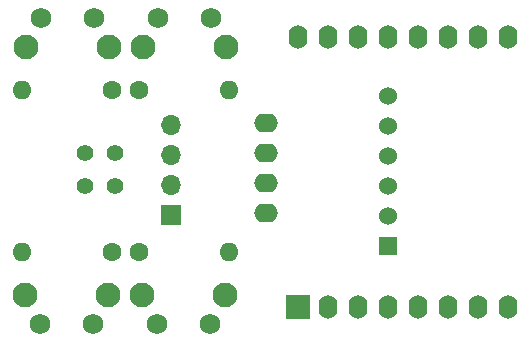
<source format=gbr>
%TF.GenerationSoftware,KiCad,Pcbnew,(6.0.4)*%
%TF.CreationDate,2022-09-30T21:10:12-05:00*%
%TF.ProjectId,WiRSa,57695253-612e-46b6-9963-61645f706362,rev?*%
%TF.SameCoordinates,Original*%
%TF.FileFunction,Soldermask,Bot*%
%TF.FilePolarity,Negative*%
%FSLAX46Y46*%
G04 Gerber Fmt 4.6, Leading zero omitted, Abs format (unit mm)*
G04 Created by KiCad (PCBNEW (6.0.4)) date 2022-09-30 21:10:12*
%MOMM*%
%LPD*%
G01*
G04 APERTURE LIST*
%ADD10R,1.700000X1.700000*%
%ADD11O,1.700000X1.700000*%
%ADD12R,2.000000X2.000000*%
%ADD13O,1.600000X2.000000*%
%ADD14C,1.600000*%
%ADD15O,1.600000X1.600000*%
%ADD16C,2.100000*%
%ADD17C,1.750000*%
%ADD18O,2.000000X1.600000*%
%ADD19C,1.400000*%
%ADD20R,1.524000X1.524000*%
%ADD21C,1.524000*%
G04 APERTURE END LIST*
D10*
%TO.C,RS232*%
X74295000Y-92065000D03*
D11*
X74295000Y-89525000D03*
X74295000Y-86985000D03*
X74295000Y-84445000D03*
%TD*%
D12*
%TO.C,U1*%
X85090000Y-99845000D03*
D13*
X87630000Y-99845000D03*
X90170000Y-99845000D03*
X92710000Y-99845000D03*
X95250000Y-99845000D03*
X97790000Y-99845000D03*
X100330000Y-99845000D03*
X102870000Y-99845000D03*
X102870000Y-76985000D03*
X100330000Y-76985000D03*
X97790000Y-76985000D03*
X95250000Y-76985000D03*
X92710000Y-76985000D03*
X90170000Y-76985000D03*
X87630000Y-76985000D03*
X85090000Y-76985000D03*
%TD*%
D14*
%TO.C,R1*%
X69342000Y-95250000D03*
D15*
X61722000Y-95250000D03*
%TD*%
D14*
%TO.C,R4*%
X71628000Y-81534000D03*
D15*
X79248000Y-81534000D03*
%TD*%
D14*
%TO.C,R2*%
X71628000Y-95250000D03*
D15*
X79248000Y-95250000D03*
%TD*%
D16*
%TO.C,SW1*%
X69006000Y-98856000D03*
X61996000Y-98856000D03*
D17*
X63246000Y-101346000D03*
X67746000Y-101346000D03*
%TD*%
D14*
%TO.C,R3*%
X69342000Y-81534000D03*
D15*
X61722000Y-81534000D03*
%TD*%
D16*
%TO.C,SW4*%
X78963000Y-77878500D03*
X71953000Y-77878500D03*
D17*
X77713000Y-75388500D03*
X73213000Y-75388500D03*
%TD*%
D18*
%TO.C,Brd1*%
X82364000Y-91884000D03*
X82364000Y-89344000D03*
X82364000Y-86804000D03*
X82364000Y-84264000D03*
%TD*%
D19*
%TO.C,TX*%
X69576000Y-86868000D03*
X67036000Y-86868000D03*
%TD*%
D16*
%TO.C,SW3*%
X62047000Y-77878500D03*
X69057000Y-77878500D03*
D17*
X67807000Y-75388500D03*
X63307000Y-75388500D03*
%TD*%
D19*
%TO.C,RX*%
X67036000Y-89662000D03*
X69576000Y-89662000D03*
%TD*%
D16*
%TO.C,SW2*%
X71902000Y-98856000D03*
X78912000Y-98856000D03*
D17*
X73152000Y-101346000D03*
X77652000Y-101346000D03*
%TD*%
D20*
%TO.C,A1*%
X92710000Y-94742000D03*
D21*
X92710000Y-92202000D03*
X92710000Y-89662000D03*
X92710000Y-87122000D03*
X92710000Y-84582000D03*
X92710000Y-82042000D03*
%TD*%
M02*

</source>
